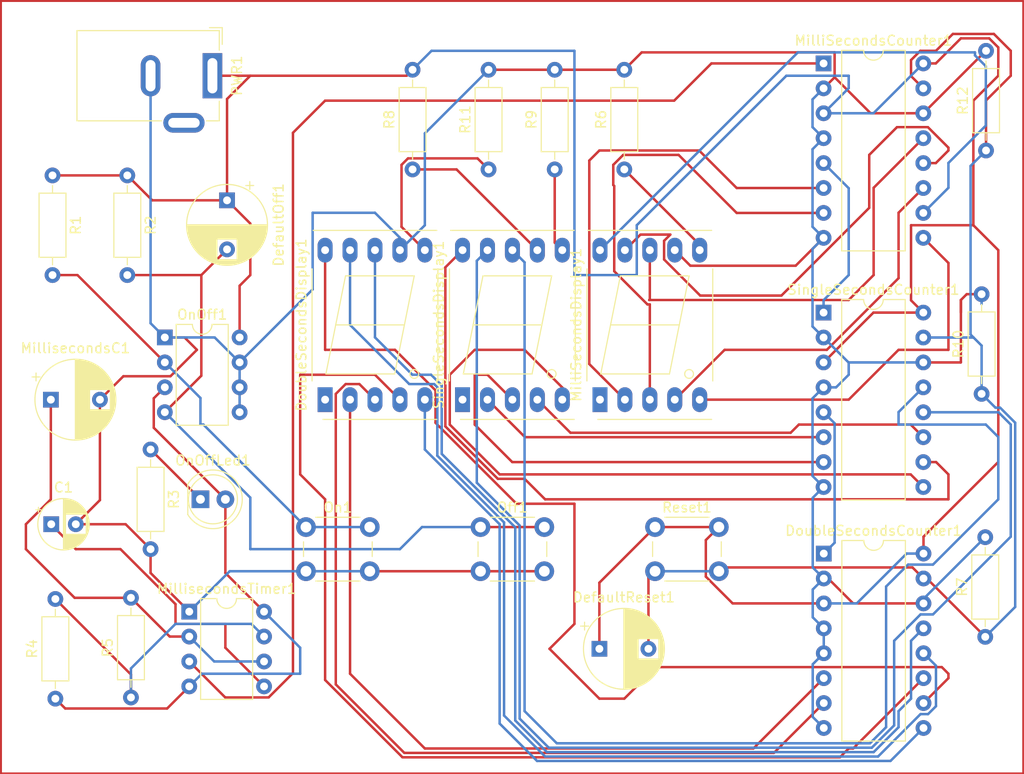
<source format=kicad_pcb>
(kicad_pcb (version 20211014) (generator pcbnew)
  (layers (0 "F.Cu" signal) (31 "B.Cu" signal) (34 "B.Paste" user) (35 "F.Paste" user) (36 "B.SilkS" user "B.Silkscreen") (37 "F.SilkS" user "F.Silkscreen") (38 "B.Mask" user) (39 "F.Mask" user) (44 "Edge.Cuts" user))
  (net 0 "")
  (net 1 "Net-(C1-Pad1)")
  (net 2 "GND")
  (net 3 "/+9V")
  (net 4 "Net-(DefaultOff1-Pad2)")
  (net 5 "/ResetButtonIn1")
  (net 6 "/DoubleSecondsPulse1")
  (net 7 "Net-(DoubleSecondsCounter1-Pad6)")
  (net 8 "Net-(DoubleSecondsCounter1-Pad7)")
  (net 9 "Net-(DoubleSecondsCounter1-Pad9)")
  (net 10 "Net-(DoubleSecondsCounter1-Pad10)")
  (net 11 "Net-(DoubleSecondsCounter1-Pad11)")
  (net 12 "Net-(DoubleSecondsCounter1-Pad12)")
  (net 13 "Net-(DoubleSecondsCounter1-Pad13)")
  (net 15 "Net-(DoubleSecondsDisplay1-Pad6)")
  (net 16 "Net-(MillisecondsC1-Pad1)")
  (net 17 "/MilliSecondsPulse1")
  (net 18 "/SingleSecondsPulse1")
  (net 19 "Net-(MilliSecondsCounter1-Pad6)")
  (net 20 "Net-(MilliSecondsCounter1-Pad7)")
  (net 21 "Net-(MilliSecondsCounter1-Pad9)")
  (net 22 "Net-(MilliSecondsCounter1-Pad10)")
  (net 23 "Net-(MilliSecondsCounter1-Pad11)")
  (net 24 "Net-(MilliSecondsCounter1-Pad12)")
  (net 25 "Net-(MilliSecondsCounter1-Pad13)")
  (net 27 "Net-(MilliSecondsDisplay1-Pad6)")
  (net 28 "/TimerPower1")
  (net 29 "Net-(MillisecondsTimer1-Pad7)")
  (net 30 "Net-(On1-Pad1)")
  (net 31 "Net-(OnOffLed1-Pad1)")
  (net 32 "Net-(R8-Pad1)")
  (net 33 "Net-(R9-Pad1)")
  (net 34 "Net-(SingleSecondsCounter1-Pad6)")
  (net 35 "Net-(SingleSecondsCounter1-Pad7)")
  (net 36 "Net-(SingleSecondsCounter1-Pad9)")
  (net 37 "Net-(SingleSecondsCounter1-Pad10)")
  (net 38 "Net-(SingleSecondsCounter1-Pad11)")
  (net 39 "Net-(SingleSecondsCounter1-Pad12)")
  (net 40 "Net-(SingleSecondsCounter1-Pad13)")
  (footprint "Capacitor_THT:CP_Radial_D8.0mm_P5.00mm" (layer "F.Cu") (at 129.54 116.84)
    (fp_text reference "DefaultReset1")
    (fp_text value "1000 nF")
  )
  (footprint "Resistor_THT:R_Axial_DIN0207_L6.3mm_D2.5mm_P10.16mm_Horizontal" (layer "F.Cu") (at 74.12 121.92 90)
    (fp_text reference "R4")
    (fp_text value "10k Ohm")
  )
  (footprint "LED_THT:LED_D5.0mm" (layer "F.Cu") (at 88.9 101.6)
    (fp_text reference "OnOffLed1")
    (fp_text value "LED")
  )
  (footprint "Button_Switch_THT:SW_PUSH_6mm" (layer "F.Cu") (at 135.21 104.43)
    (fp_text reference "Reset1")
    (fp_text value "SW_SPST")
  )
  (footprint "Package_DIP:DIP-16_W10.16mm" (layer "F.Cu") (at 152.38 82.565)
    (fp_text reference "SingleSecondsCounter1")
    (fp_text value "CD4026B")
  )
  (footprint "Resistor_THT:R_Axial_DIN0207_L6.3mm_D2.5mm_P10.16mm_Horizontal" (layer "F.Cu") (at 81.45 68.58 -90)
    (fp_text reference "R2")
    (fp_text value "10k Ohm")
  )
  (footprint "Resistor_THT:R_Axial_DIN0207_L6.3mm_D2.5mm_P10.16mm_Horizontal" (layer "F.Cu") (at 110.51 67.97 90)
    (fp_text reference "R8")
    (fp_text value "220 Ohm")
  )
  (footprint "Package_DIP:DIP-8_W7.62mm" (layer "F.Cu") (at 85.27 85.1)
    (fp_text reference "OnOff1")
    (fp_text value "NE555P")
  )
  (footprint "Resistor_THT:R_Axial_DIN0207_L6.3mm_D2.5mm_P10.16mm_Horizontal" (layer "F.Cu") (at 81.82 121.8 90)
    (fp_text reference "R5")
    (fp_text value "100k Ohm")
  )
  (footprint "Capacitor_THT:CP_Radial_D8.0mm_P5.00mm" (layer "F.Cu") (at 73.66 91.44)
    (fp_text reference "MillisecondsC1")
    (fp_text value "1000 nF")
  )
  (footprint "Button_Switch_THT:SW_PUSH_6mm" (layer "F.Cu") (at 117.43 104.43)
    (fp_text reference "Off1")
    (fp_text value "SW_SPST")
  )
  (footprint "Resistor_THT:R_Axial_DIN0207_L6.3mm_D2.5mm_P10.16mm_Horizontal" (layer "F.Cu") (at 132.08 67.97 90)
    (fp_text reference "R6")
    (fp_text value "220 Ohm")
  )
  (footprint "Package_DIP:DIP-16_W10.16mm" (layer "F.Cu") (at 152.4 107.13)
    (fp_text reference "DoubleSecondsCounter1")
    (fp_text value "CD4026B")
  )
  (footprint "Resistor_THT:R_Axial_DIN0207_L6.3mm_D2.5mm_P10.16mm_Horizontal" (layer "F.Cu") (at 168.93 66.04 90)
    (fp_text reference "R12")
    (fp_text value " 10 kOhm")
  )
  (footprint "Display_7Segment:7SegmentLED_LTS6760_LTS6780" (layer "F.Cu") (at 129.6 91.44 90)
    (fp_text reference "MilliSecondsDisplay1")
    (fp_text value "HDSP-A403")
  )
  (footprint "Resistor_THT:R_Axial_DIN0207_L6.3mm_D2.5mm_P10.16mm_Horizontal" (layer "F.Cu") (at 168.48 90.85 90)
    (fp_text reference "R10")
    (fp_text value " 10 kOhm")
  )
  (footprint "Resistor_THT:R_Axial_DIN0207_L6.3mm_D2.5mm_P10.16mm_Horizontal" (layer "F.Cu") (at 73.83 68.58 -90)
    (fp_text reference "R1")
    (fp_text value "10k Ohm")
  )
  (footprint "Connector_BarrelJack:BarrelJack_GCT_DCJ200-10-A_Horizontal" (layer "F.Cu") (at 90.12 58.42 -90)
    (fp_text reference "PWR1")
    (fp_text value "Barrel_Jack")
  )
  (footprint "Resistor_THT:R_Axial_DIN0207_L6.3mm_D2.5mm_P10.16mm_Horizontal" (layer "F.Cu") (at 83.82 96.52 -90)
    (fp_text reference "R3")
    (fp_text value "470 Ohm")
  )
  (footprint "Resistor_THT:R_Axial_DIN0207_L6.3mm_D2.5mm_P10.16mm_Horizontal" (layer "F.Cu") (at 124.99 67.97 90)
    (fp_text reference "R9")
    (fp_text value "220 Ohm")
  )
  (footprint "Button_Switch_THT:SW_PUSH_6mm" (layer "F.Cu") (at 99.65 104.43)
    (fp_text reference "On1")
    (fp_text value "SW_SPST")
  )
  (footprint "Display_7Segment:7SegmentLED_LTS6760_LTS6780" (layer "F.Cu") (at 101.6 91.44 90)
    (fp_text reference "DoubleSecondsDisplay1")
    (fp_text value "HDSP-A403")
  )
  (footprint "Capacitor_THT:CP_Radial_D5.0mm_P2.50mm" (layer "F.Cu") (at 73.7 104.14)
    (fp_text reference "C1")
    (fp_text value "1 nF")
  )
  (footprint "Package_DIP:DIP-16_W10.16mm" (layer "F.Cu") (at 152.38 57.165)
    (fp_text reference "MilliSecondsCounter1")
    (fp_text value "CD4026B")
  )
  (footprint "Resistor_THT:R_Axial_DIN0207_L6.3mm_D2.5mm_P10.16mm_Horizontal" (layer "F.Cu") (at 168.85 115.62 90)
    (fp_text reference "R7")
    (fp_text value " 10 kOhm")
  )
  (footprint "Capacitor_THT:CP_Radial_D8.0mm_P5.00mm" (layer "F.Cu") (at 91.61 71.12 -90)
    (fp_text reference "DefaultOff1")
    (fp_text value "1000 nF")
  )
  (footprint "Display_7Segment:7SegmentLED_LTS6760_LTS6780" (layer "F.Cu") (at 115.6 91.44 90)
    (fp_text reference "SingleSecondsDisplay1")
    (fp_text value "HDSP-A403")
  )
  (footprint "Resistor_THT:R_Axial_DIN0207_L6.3mm_D2.5mm_P10.16mm_Horizontal" (layer "F.Cu") (at 118.25 67.97 90)
    (fp_text reference "R11")
    (fp_text value "220 Ohm")
  )
  (footprint "Package_DIP:DIP-8_W7.62mm" (layer "F.Cu") (at 87.76 113.05)
    (fp_text reference "MillisecondsTimer1")
    (fp_text value "NE555P")
  )
  (gr_rect (start 172.72 50.8) (end 68.58 129.54) (layer "F.Cu") (width 0.2) (fill none))
  (segment (start 91.44 114.3) (end 91.44 116.73) (width 0.25) (layer "F.Cu") (net 1))
  (segment (start 91.44 116.73) (end 95.38 120.67) (width 0.25) (layer "F.Cu") (net 1))
  (segment (start 76.2 106.68) (end 80.753604 106.68) (width 0.25) (layer "F.Cu") (net 1))
  (segment (start 80.753604 106.68) (end 86.36 112.286396) (width 0.25) (layer "F.Cu") (net 1))
  (segment (start 86.36 112.286396) (end 86.36 114.3) (width 0.25) (layer "F.Cu") (net 1))
  (segment (start 73.7 104.18) (end 76.2 106.68) (width 0.25) (layer "F.Cu") (net 1))
  (segment (start 73.7 104.14) (end 73.7 104.18) (width 0.25) (layer "F.Cu") (net 1))
  (segment (start 86.36 114.3) (end 91.44 114.3) (width 0.25) (layer "F.Cu") (net 1))
  (segment (start 88.54 86.36) (end 87.28 85.1) (width 0.25) (layer "F.Cu") (net 2))
  (segment (start 149.538 77.787) (end 152.38 74.945) (width 0.25) (layer "F.Cu") (net 2))
  (segment (start 162.54 62.245) (end 157.17 62.245) (width 0.25) (layer "F.Cu") (net 2))
  (segment (start 83.82 109.11) (end 87.76 113.05) (width 0.25) (layer "F.Cu") (net 2))
  (segment (start 153.505 58.58) (end 153.505 56.04) (width 0.25) (layer "F.Cu") (net 2))
  (segment (start 106.15 108.93) (end 117.43 108.93) (width 0.25) (layer "F.Cu") (net 2))
  (segment (start 81.045 89.055) (end 85.845 89.055) (width 0.25) (layer "F.Cu") (net 2))
  (segment (start 85.845 89.055) (end 88.54 86.36) (width 0.25) (layer "F.Cu") (net 2))
  (segment (start 168.48 80.69) (end 166.96 80.69) (width 0.25) (layer "F.Cu") (net 2))
  (segment (start 155.39 112.21) (end 152.4 109.22) (width 0.25) (layer "F.Cu") (net 2))
  (segment (start 137.22 76.2) (end 138.807 77.787) (width 0.25) (layer "F.Cu") (net 2))
  (segment (start 76.2 104.14) (end 81.28 104.14) (width 0.25) (layer "F.Cu") (net 2))
  (segment (start 162.56 112.21) (end 155.39 112.21) (width 0.25) (layer "F.Cu") (net 2))
  (segment (start 83.82 106.68) (end 83.82 109.11) (width 0.25) (layer "F.Cu") (net 2))
  (segment (start 152.4 109.22) (end 152.4 109.67) (width 0.25) (layer "F.Cu") (net 2))
  (segment (start 78.66 101.68) (end 76.2 104.14) (width 0.25) (layer "F.Cu") (net 2))
  (segment (start 162.54 87.645) (end 166.355 87.645) (width 0.25) (layer "F.Cu") (net 2))
  (segment (start 157.17 62.245) (end 153.505 58.58) (width 0.25) (layer "F.Cu") (net 2))
  (segment (start 166.355 87.645) (end 166.37 87.63) (width 0.25) (layer "F.Cu") (net 2))
  (segment (start 78.66 91.44) (end 81.045 89.055) (width 0.25) (layer "F.Cu") (net 2))
  (segment (start 162.54 62.245) (end 168.905 55.88) (width 0.25) (layer "F.Cu") (net 2))
  (segment (start 166.96 80.69) (end 166.37 81.28) (width 0.25) (layer "F.Cu") (net 2))
  (segment (start 124.99 57.81) (end 118.25 57.81) (width 0.25) (layer "F.Cu") (net 2))
  (segment (start 81.28 104.14) (end 83.82 106.68) (width 0.25) (layer "F.Cu") (net 2))
  (segment (start 132.08 57.81) (end 124.99 57.81) (width 0.25) (layer "F.Cu") (net 2))
  (segment (start 152.38 59.705) (end 153.505 58.58) (width 0.25) (layer "F.Cu") (net 2))
  (segment (start 117.43 108.93) (end 123.93 108.93) (width 0.25) (layer "F.Cu") (net 2))
  (segment (start 138.807 77.787) (end 149.538 77.787) (width 0.25) (layer "F.Cu") (net 2))
  (segment (start 166.37 81.28) (end 166.37 82.55) (width 0.25) (layer "F.Cu") (net 2))
  (segment (start 78.66 91.44) (end 78.66 101.68) (width 0.25) (layer "F.Cu") (net 2))
  (segment (start 133.85 56.04) (end 132.08 57.81) (width 0.25) (layer "F.Cu") (net 2))
  (segment (start 153.505 56.04) (end 133.85 56.04) (width 0.25) (layer "F.Cu") (net 2))
  (segment (start 166.37 87.63) (end 166.37 81.28) (width 0.25) (layer "F.Cu") (net 2))
  (segment (start 168.905 55.88) (end 168.93 55.88) (width 0.25) (layer "F.Cu") (net 2))
  (segment (start 87.28 85.1) (end 85.27 85.1) (width 0.25) (layer "F.Cu") (net 2))
  (segment (start 151.255 91.31) (end 151.255 99.22) (width 0.25) (layer "B.Cu") (net 2))
  (segment (start 151.255 60.83) (end 151.255 63.66) (width 0.25) (layer "B.Cu") (net 2))
  (segment (start 109.22 76.2) (end 109.22 74.93) (width 0.25) (layer "B.Cu") (net 2))
  (segment (start 151.255 63.66) (end 152.38 64.785) (width 0.25) (layer "B.Cu") (net 2))
  (segment (start 90.35 85.1) (end 92.89 87.64) (width 0.25) (layer "B.Cu") (net 2))
  (segment (start 168.48 80.69) (end 168.48 81.705) (width 0.25) (layer "B.Cu") (net 2))
  (segment (start 151.255 83.98) (end 152.38 85.105) (width 0.25) (layer "B.Cu") (net 2))
  (segment (start 154.94 87.665) (end 152.38 85.105) (width 0.25) (layer "B.Cu") (net 2))
  (segment (start 151.255 73.82) (end 152.38 74.945) (width 0.25) (layer "B.Cu") (net 2))
  (segment (start 154.94 88.9) (end 154.94 87.665) (width 0.25) (layer "B.Cu") (net 2))
  (segment (start 152.4 109.67) (end 151.275 110.795) (width 0.25) (layer "B.Cu") (net 2))
  (segment (start 91.88 108.93) (end 99.65 108.93) (width 0.25) (layer "B.Cu") (net 2))
  (segment (start 118.25 57.81) (end 111.76 64.3) (width 0.25) (layer "B.Cu") (net 2))
  (segment (start 111.76 64.3) (end 111.76 73.66) (width 0.25) (layer "B.Cu") (net 2))
  (segment (start 151.275 110.795) (end 151.275 113.625) (width 0.25) (layer "B.Cu") (net 2))
  (segment (start 106.68 72.39) (end 100.33 72.39) (width 0.25) (layer "B.Cu") (net 2))
  (segment (start 106.15 108.93) (end 99.65 108.93) (width 0.25) (layer "B.Cu") (net 2))
  (segment (start 100.33 80.2) (end 92.89 87.64) (width 0.25) (layer "B.Cu") (net 2))
  (segment (start 151.255 99.22) (end 152.38 100.345) (width 0.25) (layer "B.Cu") (net 2))
  (segment (start 153.655 90.185) (end 154.94 88.9) (width 0.25) (layer "B.Cu") (net 2))
  (segment (start 162.56 111.75) (end 162.56 112.21) (width 0.25) (layer "B.Cu") (net 2))
  (segment (start 151.255 76.07) (end 151.255 83.98) (width 0.25) (layer "B.Cu") (net 2))
  (segment (start 154.94 87.63) (end 154.955 87.645) (width 0.25) (layer "B.Cu") (net 2))
  (segment (start 83.82 58.42) (end 83.82 83.65) (width 0.25) (layer "B.Cu") (net 2))
  (segment (start 152.4 114.75) (end 152.4 117.29) (width 0.25) (layer "B.Cu") (net 2))
  (segment (start 151.275 101.45) (end 151.275 108.545) (width 0.25) (layer "B.Cu") (net 2))
  (segment (start 151.275 108.545) (end 152.4 109.67) (width 0.25) (layer "B.Cu") (net 2))
  (segment (start 151.275 123.785) (end 152.4 124.91) (width 0.25) (layer "B.Cu") (net 2))
  (segment (start 168.85 105.46) (end 162.56 111.75) (width 0.25) (layer "B.Cu") (net 2))
  (segment (start 162.54 87.645) (end 154.955 87.645) (width 0.25) (layer "B.Cu") (net 2))
  (segment (start 152.38 64.785) (end 151.255 65.91) (width 0.25) (layer "B.Cu") (net 2))
  (segment (start 92.89 87.64) (end 92.89 90.18) (width 0.25) (layer "B.Cu") (net 2))
  (segment (start 111.76 73.66) (end 109.22 76.2) (width 0.25) (layer "B.Cu") (net 2))
  (segment (start 151.255 65.91) (end 151.255 73.82) (width 0.25) (layer "B.Cu") (net 2))
  (segment (start 152.38 90.185) (end 153.655 90.185) (width 0.25) (layer "B.Cu") (net 2))
  (segment (start 83.82 83.65) (end 85.27 85.1) (width 0.25) (layer "B.Cu") (net 2))
  (segment (start 152.38 74.945) (end 151.255 76.07) (width 0.25) (layer "B.Cu") (net 2))
  (segment (start 151.275 118.415) (end 151.275 123.785) (width 0.25) (layer "B.Cu") (net 2))
  (segment (start 152.4 117.29) (end 151.275 118.415) (width 0.25) (layer "B.Cu") (net 2))
  (segment (start 151.275 113.625) (end 152.4 114.75) (width 0.25) (layer "B.Cu") (net 2))
  (segment (start 92.89 90.18) (end 92.89 92.72) (width 0.25) (layer "B.Cu") (net 2))
  (segment (start 87.76 113.05) (end 91.88 108.93) (width 0.25) (layer "B.Cu") (net 2))
  (segment (start 152.38 59.705) (end 151.255 60.83) (width 0.25) (layer "B.Cu") (net 2))
  (segment (start 109.22 74.93) (end 106.68 72.39) (width 0.25) (layer "B.Cu") (net 2))
  (segment (start 85.27 85.1) (end 90.35 85.1) (width 0.25) (layer "B.Cu") (net 2))
  (segment (start 152.38 90.185) (end 151.255 91.31) (width 0.25) (layer "B.Cu") (net 2))
  (segment (start 100.33 72.39) (end 100.33 80.2) (width 0.25) (layer "B.Cu") (net 2))
  (segment (start 152.38 100.345) (end 151.275 101.45) (width 0.25) (layer "B.Cu") (net 2))
  (segment (start 170.18 55.539009) (end 169.250991 54.61) (width 0.25) (layer "F.Cu") (net 3))
  (segment (start 157.46 82.565) (end 152.38 87.645) (width 0.25) (layer "F.Cu") (net 3))
  (segment (start 162.54 82.565) (end 157.46 82.565) (width 0.25) (layer "F.Cu") (net 3))
  (segment (start 170.18 76.2) (end 167.64 73.66) (width 0.25) (layer "F.Cu") (net 3))
  (segment (start 161.29 81.315) (end 162.54 82.565) (width 0.25) (layer "F.Cu") (net 3))
  (segment (start 162.56 105.41) (end 170.18 97.79) (width 0.25) (layer "F.Cu") (net 3))
  (segment (start 93.98 58.42) (end 91.61 60.79) (width 0.25) (layer "F.Cu") (net 3))
  (segment (start 92.89 79.83) (end 93.98 78.74) (width 0.25) (layer "F.Cu") (net 3))
  (segment (start 135.21 104.43) (end 141.71 104.43) (width 0.25) (layer "F.Cu") (net 3))
  (segment (start 141.71 104.43) (end 140.385 105.755) (width 0.25) (layer "F.Cu") (net 3))
  (segment (start 166.37 54.61) (end 163.815 57.165) (width 0.25) (layer "F.Cu") (net 3))
  (segment (start 91.61 60.79) (end 91.61 71.12) (width 0.25) (layer "F.Cu") (net 3))
  (segment (start 170.18 97.79) (end 170.18 76.2) (width 0.25) (layer "F.Cu") (net 3))
  (segment (start 92.89 85.1) (end 92.89 79.83) (width 0.25) (layer "F.Cu") (net 3))
  (segment (start 169.250991 54.61) (end 166.37 54.61) (width 0.25) (layer "F.Cu") (net 3))
  (segment (start 140.385 109.478833) (end 143.116167 112.21) (width 0.25) (layer "F.Cu") (net 3))
  (segment (start 143.116167 112.21) (end 152.4 112.21) (width 0.25) (layer "F.Cu") (net 3))
  (segment (start 93.98 58.42) (end 109.9 58.42) (width 0.25) (layer "F.Cu") (net 3))
  (segment (start 170.18 58.42) (end 170.18 55.539009) (width 0.25) (layer "F.Cu") (net 3))
  (segment (start 81.45 68.58) (end 73.83 68.58) (width 0.25) (layer "F.Cu") (net 3))
  (segment (start 91.61 71.12) (end 83.99 71.12) (width 0.25) (layer "F.Cu") (net 3))
  (segment (start 129.54 110.1) (end 135.21 104.43) (width 0.25) (layer "F.Cu") (net 3))
  (segment (start 93.98 78.74) (end 93.98 73.49) (width 0.25) (layer "F.Cu") (net 3))
  (segment (start 140.385 105.755) (end 140.385 109.478833) (width 0.25) (layer "F.Cu") (net 3))
  (segment (start 162.56 107.13) (end 162.56 105.41) (width 0.25) (layer "F.Cu") (net 3))
  (segment (start 167.64 73.66) (end 167.64 60.96) (width 0.25) (layer "F.Cu") (net 3))
  (segment (start 167.64 60.96) (end 170.18 58.42) (width 0.25) (layer "F.Cu") (net 3))
  (segment (start 163.815 57.165) (end 162.54 57.165) (width 0.25) (layer "F.Cu") (net 3))
  (segment (start 109.9 58.42) (end 110.51 57.81) (width 0.25) (layer "F.Cu") (net 3))
  (segment (start 161.29 73.66) (end 161.29 81.315) (width 0.25) (layer "F.Cu") (net 3))
  (segment (start 93.98 73.49) (end 91.61 71.12) (width 0.25) (layer "F.Cu") (net 3))
  (segment (start 83.99 71.12) (end 81.45 68.58) (width 0.25) (layer "F.Cu") (net 3))
  (segment (start 129.54 116.84) (end 129.54 110.1) (width 0.25) (layer "F.Cu") (net 3))
  (segment (start 167.64 73.66) (end 161.29 73.66) (width 0.25) (layer "F.Cu") (net 3))
  (segment (start 90.12 58.42) (end 93.98 58.42) (width 0.25) (layer "F.Cu") (net 3))
  (segment (start 112.44 55.88) (end 110.51 57.81) (width 0.25) (layer "B.Cu") (net 3))
  (segment (start 152.4 112.21) (end 155.76 112.21) (width 0.25) (layer "B.Cu") (net 3))
  (segment (start 127 55.88) (end 112.44 55.88) (width 0.25) (layer "B.Cu") (net 3))
  (segment (start 154.94 58.42) (end 148.59 58.42) (width 0.25) (layer "B.Cu") (net 3))
  (segment (start 155.76 112.21) (end 160.84 107.13) (width 0.25) (layer "B.Cu") (net 3))
  (segment (start 133.35 78.74) (end 127 78.74) (width 0.25) (layer "B.Cu") (net 3))
  (segment (start 162.54 57.165) (end 157.46 62.245) (width 0.25) (layer "B.Cu") (net 3))
  (segment (start 157.46 62.245) (end 152.38 62.245) (width 0.25) (layer "B.Cu") (net 3))
  (segment (start 127 78.74) (end 127 55.88) (width 0.25) (layer "B.Cu") (net 3))
  (segment (start 154.94 59.685) (end 154.94 58.42) (width 0.25) (layer "B.Cu") (net 3))
  (segment (start 148.59 58.42) (end 133.35 73.66) (width 0.25) (layer "B.Cu") (net 3))
  (segment (start 152.38 62.245) (end 154.94 59.685) (width 0.25) (layer "B.Cu") (net 3))
  (segment (start 133.35 73.66) (end 133.35 78.74) (width 0.25) (layer "B.Cu") (net 3))
  (segment (start 160.84 107.13) (end 162.56 107.13) (width 0.25) (layer "B.Cu") (net 3))
  (segment (start 91.61 76.12) (end 88.99 78.74) (width 0.25) (layer "F.Cu") (net 4))
  (segment (start 88.99 78.74) (end 81.45 78.74) (width 0.25) (layer "F.Cu") (net 4))
  (segment (start 88.99 89) (end 85.27 92.72) (width 0.25) (layer "F.Cu") (net 4))
  (segment (start 88.99 78.74) (end 88.99 89) (width 0.25) (layer "F.Cu") (net 4))
  (segment (start 123.93 104.43) (end 117.43 104.43) (width 0.25) (layer "F.Cu") (net 4))
  (segment (start 117.43 104.43) (end 111.47 104.43) (width 0.25) (layer "B.Cu") (net 4))
  (segment (start 111.47 104.43) (end 109.22 106.68) (width 0.25) (layer "B.Cu") (net 4))
  (segment (start 109.22 106.68) (end 93.98 106.68) (width 0.25) (layer "B.Cu") (net 4))
  (segment (start 93.98 101.43) (end 85.27 92.72) (width 0.25) (layer "B.Cu") (net 4))
  (segment (start 93.98 106.68) (end 93.98 101.43) (width 0.25) (layer "B.Cu") (net 4))
  (segment (start 168.93 66.04) (end 168.93 60.94) (width 0.25) (layer "F.Cu") (net 5))
  (segment (start 165.55 54.16) (end 163.83 55.88) (width 0.25) (layer "F.Cu") (net 5))
  (segment (start 141.71 108.93) (end 142.095 108.545) (width 0.25) (layer "F.Cu") (net 5))
  (segment (start 162.234009 55.88) (end 161.29 56.824009) (width 0.25) (layer "F.Cu") (net 5))
  (segment (start 168.93 60.94) (end 171.45 58.42) (width 0.25) (layer "F.Cu") (net 5))
  (segment (start 161.29 56.824009) (end 161.29 58.455) (width 0.25) (layer "F.Cu") (net 5))
  (segment (start 162.9 109.67) (end 162.56 109.67) (width 0.25) (layer "F.Cu") (net 5))
  (segment (start 161.29 58.455) (end 162.54 59.705) (width 0.25) (layer "F.Cu") (net 5))
  (segment (start 163.83 55.88) (end 162.234009 55.88) (width 0.25) (layer "F.Cu") (net 5))
  (segment (start 134.54 109.6) (end 135.21 108.93) (width 0.25) (layer "F.Cu") (net 5))
  (segment (start 142.095 108.545) (end 161.435 108.545) (width 0.25) (layer "F.Cu") (net 5))
  (segment (start 168.85 115.62) (end 162.9 109.67) (width 0.25) (layer "F.Cu") (net 5))
  (segment (start 134.54 116.84) (end 134.54 109.6) (width 0.25) (layer "F.Cu") (net 5))
  (segment (start 169.73 54.16) (end 165.55 54.16) (width 0.25) (layer "F.Cu") (net 5))
  (segment (start 161.435 108.545) (end 162.56 109.67) (width 0.25) (layer "F.Cu") (net 5))
  (segment (start 171.45 55.88) (end 169.73 54.16) (width 0.25) (layer "F.Cu") (net 5))
  (segment (start 171.45 58.42) (end 171.45 55.88) (width 0.25) (layer "F.Cu") (net 5))
  (segment (start 167.64 85.09) (end 167.355 84.805) (width 0.25) (layer "B.Cu") (net 5))
  (segment (start 168.48 90.85) (end 169.89 92.26) (width 0.25) (layer "B.Cu") (net 5))
  (segment (start 170.366396 92.26) (end 171.9 93.793604) (width 0.25) (layer "B.Cu") (net 5))
  (segment (start 168.48 90.85) (end 168.48 85.93) (width 0.25) (layer "B.Cu") (net 5))
  (segment (start 167.625 85.105) (end 162.54 85.105) (width 0.25) (layer "B.Cu") (net 5))
  (segment (start 171.9 93.793604) (end 171.9 112.57) (width 0.25) (layer "B.Cu") (net 5))
  (segment (start 135.21 108.93) (end 141.71 108.93) (width 0.25) (layer "B.Cu") (net 5))
  (segment (start 168.48 85.93) (end 167.64 85.09) (width 0.25) (layer "B.Cu") (net 5))
  (segment (start 167.64 85.09) (end 167.625 85.105) (width 0.25) (layer "B.Cu") (net 5))
  (segment (start 171.9 112.57) (end 168.85 115.62) (width 0.25) (layer "B.Cu") (net 5))
  (segment (start 167.355 84.805) (end 167.355 67.615) (width 0.25) (layer "B.Cu") (net 5))
  (segment (start 169.89 92.26) (end 170.366396 92.26) (width 0.25) (layer "B.Cu") (net 5))
  (segment (start 167.355 67.615) (end 168.93 66.04) (width 0.25) (layer "B.Cu") (net 5))
  (segment (start 153.505 93.85) (end 152.38 92.725) (width 0.25) (layer "B.Cu") (net 6))
  (segment (start 153.505 106.025) (end 153.505 93.85) (width 0.25) (layer "B.Cu") (net 6))
  (segment (start 152.4 107.13) (end 153.505 106.025) (width 0.25) (layer "B.Cu") (net 6))
  (segment (start 104.14 91.44) (end 104.14 119.38) (width 0.25) (layer "F.Cu") (net 7))
  (segment (start 104.14 119.38) (end 111.76 127) (width 0.25) (layer "F.Cu") (net 7))
  (segment (start 145.23 127) (end 152.4 119.83) (width 0.25) (layer "F.Cu") (net 7))
  (segment (start 111.76 127) (end 145.23 127) (width 0.25) (layer "F.Cu") (net 7))
  (segment (start 147.32 127.45) (end 152.4 122.37) (width 0.25) (layer "F.Cu") (net 8))
  (segment (start 103.68975 89.853) (end 102.687 90.85575) (width 0.25) (layer "F.Cu") (net 8))
  (segment (start 109.67 127.45) (end 147.32 127.45) (width 0.25) (layer "F.Cu") (net 8))
  (segment (start 102.687 120.467) (end 109.67 127.45) (width 0.25) (layer "F.Cu") (net 8))
  (segment (start 106.68 91.44) (end 105.093 89.853) (width 0.25) (layer "F.Cu") (net 8))
  (segment (start 102.687 90.85575) (end 102.687 120.467) (width 0.25) (layer "F.Cu") (net 8))
  (segment (start 105.093 89.853) (end 103.68975 89.853) (width 0.25) (layer "F.Cu") (net 8))
  (segment (start 119.38 104.14) (end 119.38 124.46) (width 0.25) (layer "B.Cu") (net 9))
  (segment (start 159.2 128.27) (end 162.56 124.91) (width 0.25) (layer "B.Cu") (net 9))
  (segment (start 123.19 128.27) (end 159.2 128.27) (width 0.25) (layer "B.Cu") (net 9))
  (segment (start 111.76 91.44) (end 111.76 96.52) (width 0.25) (layer "B.Cu") (net 9))
  (segment (start 119.38 124.46) (end 123.19 128.27) (width 0.25) (layer "B.Cu") (net 9))
  (segment (start 111.76 96.52) (end 119.38 104.14) (width 0.25) (layer "B.Cu") (net 9))
  (segment (start 127 114.3) (end 127 102.05) (width 0.25) (layer "F.Cu") (net 10))
  (segment (start 108.71725 86.36) (end 101.6 86.36) (width 0.25) (layer "F.Cu") (net 10))
  (segment (start 165.1 119.38) (end 164.425 118.705) (width 0.25) (layer "F.Cu") (net 10))
  (segment (start 164.425 118.705) (end 135.295 118.705) (width 0.25) (layer "F.Cu") (net 10))
  (segment (start 162.56 122.37) (end 165.1 119.83) (width 0.25) (layer "F.Cu") (net 10))
  (segment (start 101.6 86.36) (end 101.6 76.2) (width 0.25) (layer "F.Cu") (net 10))
  (segment (start 132.08 121.92) (end 129.54 121.92) (width 0.25) (layer "F.Cu") (net 10))
  (segment (start 127 102.05) (end 121.097208 102.05) (width 0.25) (layer "F.Cu") (net 10))
  (segment (start 129.54 121.92) (end 124.46 116.84) (width 0.25) (layer "F.Cu") (net 10))
  (segment (start 135.295 118.705) (end 132.08 121.92) (width 0.25) (layer "F.Cu") (net 10))
  (segment (start 121.097208 102.05) (end 112.847 93.799792) (width 0.25) (layer "F.Cu") (net 10))
  (segment (start 165.1 119.83) (end 165.1 119.38) (width 0.25) (layer "F.Cu") (net 10))
  (segment (start 124.46 116.84) (end 127 114.3) (width 0.25) (layer "F.Cu") (net 10))
  (segment (start 112.847 90.48975) (end 108.71725 86.36) (width 0.25) (layer "F.Cu") (net 10))
  (segment (start 112.847 93.799792) (end 112.847 90.48975) (width 0.25) (layer "F.Cu") (net 10))
  (segment (start 99.06 99.06) (end 101.6 101.6) (width 0.25) (layer "F.Cu") (net 11))
  (segment (start 99.06 88.9) (end 99.06 99.06) (width 0.25) (layer "F.Cu") (net 11))
  (segment (start 106.68 88.9) (end 99.06 88.9) (width 0.25) (layer "F.Cu") (net 11))
  (segment (start 154.94 127) (end 155.39 127) (width 0.25) (layer "F.Cu") (net 11))
  (segment (start 109.22 91.44) (end 106.68 88.9) (width 0.25) (layer "F.Cu") (net 11))
  (segment (start 155.39 127) (end 162.56 119.83) (width 0.25) (layer "F.Cu") (net 11))
  (segment (start 109.483604 127.9) (end 154.04 127.9) (width 0.25) (layer "F.Cu") (net 11))
  (segment (start 101.6 120.016396) (end 109.483604 127.9) (width 0.25) (layer "F.Cu") (net 11))
  (segment (start 154.04 127.9) (end 154.94 127) (width 0.25) (layer "F.Cu") (net 11))
  (segment (start 101.6 101.6) (end 101.6 120.016396) (width 0.25) (layer "F.Cu") (net 11))
  (segment (start 119.83 123.64) (end 124.01 127.82) (width 0.25) (layer "B.Cu") (net 12))
  (segment (start 113.03 90.17) (end 113.03 97.153604) (width 0.25) (layer "B.Cu") (net 12))
  (segment (start 104.14 83.82) (end 110.173 89.853) (width 0.25) (layer "B.Cu") (net 12))
  (segment (start 163.83 122.690991) (end 163.83 118.56) (width 0.25) (layer "B.Cu") (net 12))
  (segment (start 163.025991 123.495) (end 163.83 122.690991) (width 0.25) (layer "B.Cu") (net 12))
  (segment (start 113.03 97.153604) (end 119.83 103.953604) (width 0.25) (layer "B.Cu") (net 12))
  (segment (start 162.255 123.495) (end 163.025991 123.495) (width 0.25) (layer "B.Cu") (net 12))
  (segment (start 104.14 76.2) (end 104.14 83.82) (width 0.25) (layer "B.Cu") (net 12))
  (segment (start 110.173 89.853) (end 112.713 89.853) (width 0.25) (layer "B.Cu") (net 12))
  (segment (start 163.83 118.56) (end 162.56 117.29) (width 0.25) (layer "B.Cu") (net 12))
  (segment (start 112.713 89.853) (end 113.03 90.17) (width 0.25) (layer "B.Cu") (net 12))
  (segment (start 124.01 127.82) (end 157.93 127.82) (width 0.25) (layer "B.Cu") (net 12))
  (segment (start 119.83 103.953604) (end 119.83 123.64) (width 0.25) (layer "B.Cu") (net 12))
  (segment (start 157.93 127.82) (end 162.255 123.495) (width 0.25) (layer "B.Cu") (net 12))
  (segment (start 120.968198 104.455406) (end 120.968198 124.141802) (width 0.25) (layer "B.Cu") (net 13))
  (segment (start 161.29 121.92) (end 161.29 116.02) (width 0.25) (layer "B.Cu") (net 13))
  (segment (start 113.48 96.967208) (end 120.968198 104.455406) (width 0.25) (layer "B.Cu") (net 13))
  (segment (start 112.396396 88.9) (end 113.48 89.983604) (width 0.25) (layer "B.Cu") (net 13))
  (segment (start 124.196396 127.37) (end 157.48 127.37) (width 0.25) (layer "B.Cu") (net 13))
  (segment (start 157.48 127.37) (end 160.02 124.83) (width 0.25) (layer "B.Cu") (net 13))
  (segment (start 113.48 89.983604) (end 113.48 96.967208) (width 0.25) (layer "B.Cu") (net 13))
  (segment (start 120.968198 124.141802) (end 124.196396 127.37) (width 0.25) (layer "B.Cu") (net 13))
  (segment (start 160.02 123.19) (end 161.29 121.92) (width 0.25) (layer "B.Cu") (net 13))
  (segment (start 160.02 124.83) (end 160.02 123.19) (width 0.25) (layer "B.Cu") (net 13))
  (segment (start 106.68 85.09) (end 110.49 88.9) (width 0.25) (layer "B.Cu") (net 13))
  (segment (start 110.49 88.9) (end 112.396396 88.9) (width 0.25) (layer "B.Cu") (net 13))
  (segment (start 161.29 116.02) (end 162.56 114.75) (width 0.25) (layer "B.Cu") (net 13))
  (segment (start 106.68 76.2) (end 106.68 85.09) (width 0.25) (layer "B.Cu") (net 13))
  (segment (start 110.044009 66.845) (end 109.385 67.504009) (width 0.25) (layer "F.Cu") (net 15))
  (segment (start 118.25 67.97) (end 117.125 66.845) (width 0.25) (layer "F.Cu") (net 15))
  (segment (start 109.385 73.825) (end 111.76 76.2) (width 0.25) (layer "F.Cu") (net 15))
  (segment (start 117.125 66.845) (end 110.044009 66.845) (width 0.25) (layer "F.Cu") (net 15))
  (segment (start 109.385 67.504009) (end 109.385 73.825) (width 0.25) (layer "F.Cu") (net 15))
  (segment (start 87.76 115.59) (end 85.77 115.59) (width 0.25) (layer "F.Cu") (net 16))
  (segment (start 76.08 111.64) (end 81.82 111.64) (width 0.25) (layer "F.Cu") (net 16))
  (segment (start 71.12 104.14) (end 71.12 106.68) (width 0.25) (layer "F.Cu") (net 16))
  (segment (start 73.66 101.6) (end 71.12 104.14) (width 0.25) (layer "F.Cu") (net 16))
  (segment (start 73.66 91.44) (end 73.66 101.6) (width 0.25) (layer "F.Cu") (net 16))
  (segment (start 71.12 106.68) (end 76.08 111.64) (width 0.25) (layer "F.Cu") (net 16))
  (segment (start 85.77 115.59) (end 81.82 111.64) (width 0.25) (layer "F.Cu") (net 16))
  (segment (start 90.3 118.13) (end 87.76 115.59) (width 0.25) (layer "B.Cu") (net 16))
  (segment (start 95.38 118.13) (end 90.3 118.13) (width 0.25) (layer "B.Cu") (net 16))
  (segment (start 137.16 60.96) (end 140.955 57.165) (width 0.25) (layer "F.Cu") (net 17))
  (segment (start 98.325 119.315991) (end 98.325 64.235) (width 0.25) (layer "F.Cu") (net 17))
  (segment (start 101.6 60.96) (end 137.16 60.96) (width 0.25) (layer "F.Cu") (net 17))
  (segment (start 91.425 121.795) (end 95.845991 121.795) (width 0.25) (layer "F.Cu") (net 17))
  (segment (start 98.325 64.235) (end 101.6 60.96) (width 0.25) (layer "F.Cu") (net 17))
  (segment (start 140.955 57.165) (end 152.38 57.165) (width 0.25) (layer "F.Cu") (net 17))
  (segment (start 95.845991 121.795) (end 98.325 119.315991) (width 0.25) (layer "F.Cu") (net 17))
  (segment (start 87.76 118.13) (end 91.425 121.795) (width 0.25) (layer "F.Cu") (net 17))
  (segment (start 154.94 69.885) (end 152.38 67.325) (width 0.25) (layer "B.Cu") (net 18))
  (segment (start 152.38 81.3) (end 154.94 78.74) (width 0.25) (layer "B.Cu") (net 18))
  (segment (start 152.38 82.565) (end 152.38 81.3) (width 0.25) (layer "B.Cu") (net 18))
  (segment (start 154.94 78.74) (end 154.94 69.885) (width 0.25) (layer "B.Cu") (net 18))
  (segment (start 128.513 67.067) (end 129.54 66.04) (width 0.25) (layer "F.Cu") (net 19))
  (segment (start 128.513 87.813) (end 128.513 67.067) (width 0.25) (layer "F.Cu") (net 19))
  (segment (start 129.54 66.04) (end 139.7 66.04) (width 0.25) (layer "F.Cu") (net 19))
  (segment (start 143.525 69.865) (end 152.38 69.865) (width 0.25) (layer "F.Cu") (net 19))
  (segment (start 132.14 91.44) (end 128.513 87.813) (width 0.25) (layer "F.Cu") (net 19))
  (segment (start 139.7 66.04) (end 143.525 69.865) (width 0.25) (layer "F.Cu") (net 19))
  (segment (start 131.053 78.349396) (end 131.053 69.656009) (width 0.25) (layer "F.Cu") (net 20))
  (segment (start 131.969009 66.49) (end 137.61 66.49) (width 0.25) (layer "F.Cu") (net 20))
  (segment (start 134.68 91.44) (end 134.68 81.73) (width 0.25) (layer "F.Cu") (net 20))
  (segment (start 137.61 66.49) (end 143.525 72.405) (width 0.25) (layer "F.Cu") (net 20))
  (segment (start 131.053 69.656009) (end 130.955 69.558009) (width 0.25) (layer "F.Cu") (net 20))
  (segment (start 130.955 69.558009) (end 130.955 67.504009) (width 0.25) (layer "F.Cu") (net 20))
  (segment (start 134.68 81.73) (end 134.433604 81.73) (width 0.25) (layer "F.Cu") (net 20))
  (segment (start 130.955 67.504009) (end 131.969009 66.49) (width 0.25) (layer "F.Cu") (net 20))
  (segment (start 134.433604 81.73) (end 131.053 78.349396) (width 0.25) (layer "F.Cu") (net 20))
  (segment (start 143.525 72.405) (end 152.38 72.405) (width 0.25) (layer "F.Cu") (net 20))
  (segment (start 165.1 86.36) (end 165.1 77.505) (width 0.25) (layer "F.Cu") (net 21))
  (segment (start 160.02 86.36) (end 165.1 86.36) (width 0.25) (layer "F.Cu") (net 21))
  (segment (start 154.94 91.44) (end 160.02 86.36) (width 0.25) (layer "F.Cu") (net 21))
  (segment (start 165.1 77.505) (end 162.54 74.945) (width 0.25) (layer "F.Cu") (net 21))
  (segment (start 139.76 91.44) (end 154.94 91.44) (width 0.25) (layer "F.Cu") (net 21))
  (segment (start 165.1 69.845) (end 162.54 72.405) (width 0.25) (layer "B.Cu") (net 22))
  (segment (start 167.805 56.345991) (end 168.91 57.450991) (width 0.25) (layer "B.Cu") (net 22))
  (segment (start 167.805 56.04) (end 167.805 56.345991) (width 0.25) (layer "B.Cu") (net 22))
  (segment (start 168.91 57.450991) (end 168.91 63.5) (width 0.25) (layer "B.Cu") (net 22))
  (segment (start 168.91 63.5) (end 165.1 67.31) (width 0.25) (layer "B.Cu") (net 22))
  (segment (start 129.6 76.2) (end 149.76 56.04) (width 0.25) (layer "B.Cu") (net 22))
  (segment (start 165.1 67.31) (end 165.1 69.845) (width 0.25) (layer "B.Cu") (net 22))
  (segment (start 149.76 56.04) (end 167.805 56.04) (width 0.25) (layer "B.Cu") (net 22))
  (segment (start 162.54 69.865) (end 160.02 72.385) (width 0.25) (layer "F.Cu") (net 23))
  (segment (start 160.02 79.055991) (end 152.715991 86.36) (width 0.25) (layer "F.Cu") (net 23))
  (segment (start 142.3 86.36) (end 137.22 91.44) (width 0.25) (layer "F.Cu") (net 23))
  (segment (start 160.02 72.385) (end 160.02 79.055991) (width 0.25) (layer "F.Cu") (net 23))
  (segment (start 152.715991 86.36) (end 142.3 86.36) (width 0.25) (layer "F.Cu") (net 23))
  (segment (start 163.005991 63.66) (end 165.1 65.754009) (width 0.25) (layer "F.Cu") (net 24))
  (segment (start 157.03 66.49) (end 159.86 63.66) (width 0.25) (layer "F.Cu") (net 24))
  (segment (start 165.1 66.04) (end 163.815 67.325) (width 0.25) (layer "F.Cu") (net 24))
  (segment (start 163.815 67.325) (end 162.54 67.325) (width 0.25) (layer "F.Cu") (net 24))
  (segment (start 136.133 77.15025) (end 139.81275 80.83) (width 0.25) (layer "F.Cu") (net 24))
  (segment (start 159.86 63.66) (end 163.005991 63.66) (width 0.25) (layer "F.Cu") (net 24))
  (segment (start 136.76975 74.613) (end 136.133 75.24975) (width 0.25) (layer "F.Cu") (net 24))
  (segment (start 133.727 74.613) (end 136.76975 74.613) (width 0.25) (layer "F.Cu") (net 24))
  (segment (start 157.03 71.885991) (end 157.03 66.49) (width 0.25) (layer "F.Cu") (net 24))
  (segment (start 136.133 75.24975) (end 136.133 77.15025) (width 0.25) (layer "F.Cu") (net 24))
  (segment (start 148.085991 80.83) (end 157.03 71.885991) (width 0.25) (layer "F.Cu") (net 24))
  (segment (start 132.14 76.2) (end 133.727 74.613) (width 0.25) (layer "F.Cu") (net 24))
  (segment (start 139.81275 80.83) (end 148.085991 80.83) (width 0.25) (layer "F.Cu") (net 24))
  (segment (start 165.1 65.754009) (end 165.1 66.04) (width 0.25) (layer "F.Cu") (net 24))
  (segment (start 134.62 81.28) (end 134.68 81.22) (width 0.25) (layer "F.Cu") (net 25))
  (segment (start 154.94 81.28) (end 134.62 81.28) (width 0.25) (layer "F.Cu") (net 25))
  (segment (start 157.48 69.845) (end 157.48 78.74) (width 0.25) (layer "F.Cu") (net 25))
  (segment (start 134.68 81.22) (end 134.68 76.2) (width 0.25) (layer "F.Cu") (net 25))
  (segment (start 162.54 64.785) (end 157.48 69.845) (width 0.25) (layer "F.Cu") (net 25))
  (segment (start 157.48 78.74) (end 154.94 81.28) (width 0.25) (layer "F.Cu") (net 25))
  (segment (start 132.08 67.97) (end 139.76 75.65) (width 0.25) (layer "F.Cu") (net 27))
  (segment (start 139.76 75.65) (end 139.76 76.2) (width 0.25) (layer "F.Cu") (net 27))
  (segment (start 84.145 94.305) (end 84.145 91.305) (width 0.25) (layer "F.Cu") (net 28))
  (segment (start 75.125 122.925) (end 85.505 122.925) (width 0.25) (layer "F.Cu") (net 28))
  (segment (start 91.44 101.6) (end 91.44 109.11) (width 0.25) (layer "F.Cu") (net 28))
  (segment (start 74.12 121.92) (end 75.125 122.925) (width 0.25) (layer "F.Cu") (net 28))
  (segment (start 91.44 109.11) (end 95.38 113.05) (width 0.25) (layer "F.Cu") (net 28))
  (segment (start 85.505 122.925) (end 87.76 120.67) (width 0.25) (layer "F.Cu") (net 28))
  (segment (start 84.145 91.305) (end 85.27 90.18) (width 0.25) (layer "F.Cu") (net 28))
  (segment (start 91.44 101.6) (end 84.145 94.305) (width 0.25) (layer "F.Cu") (net 28))
  (segment (start 99.06 119.38) (end 99.06 116.73) (width 0.25) (layer "B.Cu") (net 28))
  (segment (start 87.76 120.67) (end 89.05 119.38) (width 0.25) (layer "B.Cu") (net 28))
  (segment (start 99.06 116.73) (end 95.38 113.05) (width 0.25) (layer "B.Cu") (net 28))
  (segment (start 89.05 119.38) (end 99.06 119.38) (width 0.25) (layer "B.Cu") (net 28))
  (segment (start 81.82 119.46) (end 74.12 111.76) (width 0.25) (layer "F.Cu") (net 29))
  (segment (start 81.82 121.8) (end 81.82 119.46) (width 0.25) (layer "F.Cu") (net 29))
  (segment (start 81.82 121.8) (end 81.82 118.84) (width 0.25) (layer "B.Cu") (net 29))
  (segment (start 81.82 118.84) (end 86.36 114.3) (width 0.25) (layer "B.Cu") (net 29))
  (segment (start 94.09 114.3) (end 95.38 115.59) (width 0.25) (layer "B.Cu") (net 29))
  (segment (start 86.36 114.3) (end 94.09 114.3) (width 0.25) (layer "B.Cu") (net 29))
  (segment (start 76.37 78.74) (end 85.27 87.64) (width 0.25) (layer "F.Cu") (net 30))
  (segment (start 73.83 78.74) (end 76.37 78.74) (width 0.25) (layer "F.Cu") (net 30))
  (segment (start 99.65 104.43) (end 89.2 93.98) (width 0.25) (layer "B.Cu") (net 30))
  (segment (start 106.15 104.43) (end 99.65 104.43) (width 0.25) (layer "B.Cu") (net 30))
  (segment (start 88.9 93.98) (end 88.9 91.27) (width 0.25) (layer "B.Cu") (net 30))
  (segment (start 88.9 91.27) (end 85.27 87.64) (width 0.25) (layer "B.Cu") (net 30))
  (segment (start 89.2 93.98) (end 88.9 93.98) (width 0.25) (layer "B.Cu") (net 30))
  (segment (start 83.82 96.52) (end 88.9 101.6) (width 0.25) (layer "F.Cu") (net 31))
  (segment (start 114.99 67.97) (end 123.22 76.2) (width 0.25) (layer "F.Cu") (net 32))
  (segment (start 110.51 67.97) (end 114.99 67.97) (width 0.25) (layer "F.Cu") (net 32))
  (segment (start 124.99 67.97) (end 124.99 75.43) (width 0.25) (layer "F.Cu") (net 33))
  (segment (start 124.99 75.43) (end 125.76 76.2) (width 0.25) (layer "F.Cu") (net 33))
  (segment (start 118.14 91.44) (end 121.965 95.265) (width 0.25) (layer "F.Cu") (net 34))
  (segment (start 121.965 95.265) (end 152.38 95.265) (width 0.25) (layer "F.Cu") (net 34))
  (segment (start 120.68 91.44) (end 118.14 88.9) (width 0.25) (layer "F.Cu") (net 35))
  (segment (start 120.665 97.805) (end 152.38 97.805) (width 0.25) (layer "F.Cu") (net 35))
  (segment (start 116.84 93.98) (end 120.665 97.805) (width 0.25) (layer "F.Cu") (net 35))
  (segment (start 116.84 88.9) (end 116.84 93.98) (width 0.25) (layer "F.Cu") (net 35))
  (segment (start 118.14 88.9) (end 116.84 88.9) (width 0.25) (layer "F.Cu") (net 35))
  (segment (start 125.76 91.44) (end 125.76 90.2) (width 0.25) (layer "F.Cu") (net 36))
  (segment (start 116.84 86.36) (end 114.3 88.9) (width 0.25) (layer "F.Cu") (net 36))
  (segment (start 114.3 88.9) (end 114.3 93.98) (width 0.25) (layer "F.Cu") (net 36))
  (segment (start 119.38 99.06) (end 161.255 99.06) (width 0.25) (layer "F.Cu") (net 36))
  (segment (start 121.92 86.36) (end 116.84 86.36) (width 0.25) (layer "F.Cu") (net 36))
  (segment (start 114.3 93.98) (end 119.38 99.06) (width 0.25) (layer "F.Cu") (net 36))
  (segment (start 125.76 90.2) (end 121.92 86.36) (width 0.25) (layer "F.Cu") (net 36))
  (segment (start 161.255 99.06) (end 162.54 100.345) (width 0.25) (layer "F.Cu") (net 36))
  (segment (start 165.1 99.06) (end 165.1 101.6) (width 0.25) (layer "F.Cu") (net 37))
  (segment (start 119.193604 99.51) (end 113.85 94.166396) (width 0.25) (layer "F.Cu") (net 37))
  (segment (start 113.85 77.95) (end 115.6 76.2) (width 0.25) (layer "F.Cu") (net 37))
  (segment (start 124.01 101.6) (end 121.92 99.51) (width 0.25) (layer "F.Cu") (net 37))
  (segment (start 163.845 97.805) (end 165.1 99.06) (width 0.25) (layer "F.Cu") (net 37))
  (segment (start 113.85 94.166396) (end 113.85 77.95) (width 0.25) (layer "F.Cu") (net 37))
  (segment (start 162.54 97.805) (end 163.845 97.805) (width 0.25) (layer "F.Cu") (net 37))
  (segment (start 165.1 101.6) (end 124.01 101.6) (width 0.25) (layer "F.Cu") (net 37))
  (segment (start 121.92 99.51) (end 119.193604 99.51) (width 0.25) (layer "F.Cu") (net 37))
  (segment (start 126.595 94.815) (end 149.025 94.815) (width 0.25) (layer "F.Cu") (net 38))
  (segment (start 161.255 93.98) (end 162.54 95.265) (width 0.25) (layer "F.Cu") (net 38))
  (segment (start 149.025 94.815) (end 149.86 93.98) (width 0.25) (layer "F.Cu") (net 38))
  (segment (start 123.22 91.44) (end 126.595 94.815) (width 0.25) (layer "F.Cu") (net 38))
  (segment (start 149.86 93.98) (end 161.255 93.98) (width 0.25) (layer "F.Cu") (net 38))
  (segment (start 159.57 124.643604) (end 159.57 116.02) (width 0.25) (layer "B.Cu") (net 39))
  (segment (start 117.053 99.903812) (end 121.418198 104.26901) (width 0.25) (layer "B.Cu") (net 39))
  (segment (start 170.165 92.725) (end 162.54 92.725) (width 0.25) (layer "B.Cu") (net 39))
  (segment (start 159.57 116.02) (end 162.255 113.335) (width 0.25) (layer "B.Cu") (net 39))
  (segment (start 170.18 92.71) (end 170.165 92.725) (width 0.25) (layer "B.Cu") (net 39))
  (segment (start 171.45 93.98) (end 170.18 92.71) (width 0.25) (layer "B.Cu") (net 39))
  (segment (start 124.382792 126.92) (end 157.293604 126.92) (width 0.25) (layer "B.Cu") (net 39))
  (segment (start 118.14 76.2) (end 117.053 77.287) (width 0.25) (layer "B.Cu") (net 39))
  (segment (start 121.418198 104.26901) (end 121.418198 123.955406) (width 0.25) (layer "B.Cu") (net 39))
  (segment (start 117.053 77.287) (end 117.053 99.903812) (width 0.25) (layer "B.Cu") (net 39))
  (segment (start 171.45 105.41) (end 171.45 93.98) (width 0.25) (layer "B.Cu") (net 39))
  (segment (start 163.525 113.335) (end 171.45 105.41) (width 0.25) (layer "B.Cu") (net 39))
  (segment (start 121.418198 123.955406) (end 124.382792 126.92) (width 0.25) (layer "B.Cu") (net 39))
  (segment (start 162.255 113.335) (end 163.525 113.335) (width 0.25) (layer "B.Cu") (net 39))
  (segment (start 157.293604 126.92) (end 159.57 124.643604) (width 0.25) (layer "B.Cu") (net 39))
  (segment (start 157.107208 126.47) (end 158.75 124.827208) (width 0.25) (layer "B.Cu") (net 40))
  (segment (start 125.2 126.47) (end 157.107208 126.47) (width 0.25) (layer "B.Cu") (net 40))
  (segment (start 158.75 124.827208) (end 158.75 110.49) (width 0.25) (layer "B.Cu") (net 40))
  (segment (start 170.18 101.6) (end 170.18 95.25) (width 0.25) (layer "B.Cu") (net 40))
  (segment (start 170.18 95.25) (end 168.91 93.98) (width 0.25) (layer "B.Cu") (net 40))
  (segment (start 168.91 93.98) (end 160.02 93.98) (width 0.25) (layer "B.Cu") (net 40))
  (segment (start 160.985 108.255) (end 163.525 108.255) (width 0.25) (layer "B.Cu") (net 40))
  (segment (start 120.68 76.2) (end 121.92 77.44) (width 0.25) (layer "B.Cu") (net 40))
  (segment (start 121.92 123.19) (end 125.2 126.47) (width 0.25) (layer "B.Cu") (net 40))
  (segment (start 160.02 92.705) (end 162.54 90.185) (width 0.25) (layer "B.Cu") (net 40))
  (segment (start 163.525 108.255) (end 170.18 101.6) (width 0.25) (layer "B.Cu") (net 40))
  (segment (start 121.92 77.44) (end 121.92 123.19) (width 0.25) (layer "B.Cu") (net 40))
  (segment (start 158.75 110.49) (end 160.985 108.255) (width 0.25) (layer "B.Cu") (net 40))
  (segment (start 160.02 93.98) (end 160.02 92.705) (width 0.25) (layer "B.Cu") (net 40))
)
</source>
